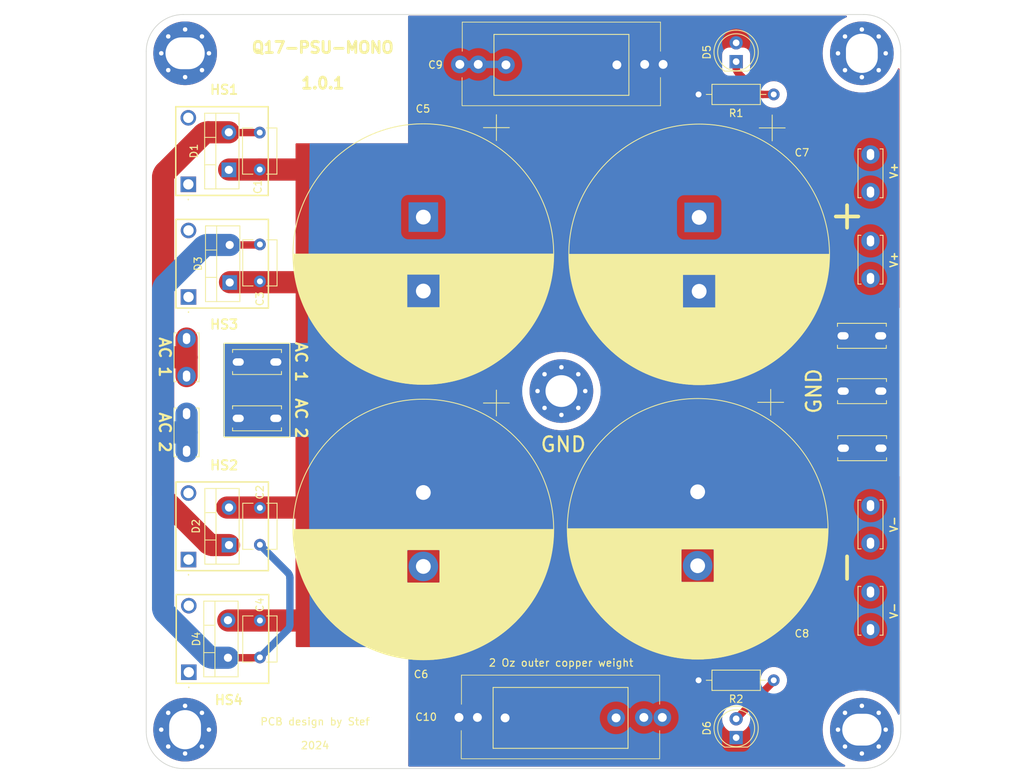
<source format=kicad_pcb>
(kicad_pcb (version 20240108) (generator "pcbnew") (generator_version "8.0")
  (title_block (title "Q17 mono Power Supply Universal") (date "2024-08-08") (rev "1.0.1") (company "by stef"))
  (layers (0 "F.Cu" signal) (31 "B.Cu" signal) (34 "B.Paste" user) (35 "F.Paste" user) (36 "B.SilkS" user "B.Silkscreen") (37 "F.SilkS" user "F.Silkscreen") (38 "B.Mask" user) (39 "F.Mask" user) (44 "Edge.Cuts" user))
  (net 0 "")
  (net 1 "GNDPWR")
  (net 2 "Net-(D3-A)")
  (net 3 "Net-(D1-A)")
  (net 4 "Net-(D5-K)")
  (net 5 "Net-(D6-A)")
  (net 14 "GND")
  (net 15 "/V+")
  (net 16 "/V-")
  (footprint "USER_LIB:CSM22112AE" (layer "F.Cu") (at 103.767254 113.72 90)
    (property "Reference" "HS2" (at 12.755 4.817746 180) (layer "F.SilkS") (effects (font (size 1.27 1.27) (thickness 0.254))))
    (property "Value" "CSM221-12AE" (hide yes))
    (pad "1" thru_hole rect (at 0 0 90) (size 2.1 2.1) (drill 1.4) (layers "*.Cu" "*.Mask"))
    (pad "2" thru_hole circle (at 9 0 90) (size 2.1 2.1) (drill 1.4) (layers "*.Cu" "*.Mask"))
  )
  (footprint "Capacitor_THT:C_Disc_D6.0mm_W4.4mm_P5.00mm" (layer "F.Cu") (at 113.419254 76.088 90)
    (property "Reference" "C3" (at -2.366 0 -90) (layer "F.SilkS"))
    (property "Value" "220pF")
    (pad "1" thru_hole circle (at 0 0 90) (size 1.6 1.6) (drill 0.8) (layers "*.Cu" "*.Mask") (net 15 "/V+"))
    (pad "2" thru_hole circle (at 5 0 90) (size 1.6 1.6) (drill 0.8) (layers "*.Cu" "*.Mask") (net 2 "Net-(D3-A)"))
  )
  (footprint "Package_TO_SOT_THT:TO-220-2_Vertical" (layer "F.Cu") (at 109.244254 111.76 90)
    (property "Reference" "D2" (at 2.54 -4.461 -90) (layer "F.SilkS"))
    (property "Value" "MBRF10100")
    (pad "1" thru_hole rect (at 0 0 90) (size 2 2) (drill 1.1) (layers "*.Cu" "*.Mask") (net 3 "Net-(D1-A)"))
    (pad "2" thru_hole oval (at 5.08 0 90) (size 2 2) (drill 1.1) (layers "*.Cu" "*.Mask") (net 16 "/V-"))
  )
  (footprint "Capacitor_THT:CP_Radial_D35.0mm_P10.00mm_SnapIn" (layer "F.Cu") (at 135.513301 67.394442 -90)
    (property "Reference" "C5" (at -14.648184 0.05248 180) (layer "F.SilkS"))
    (property "Value" "10000uF 80V")
    (pad "1" thru_hole rect (at 0 0 270) (size 4 4) (drill 2) (layers "*.Cu" "*.Mask") (net 15 "/V+"))
    (pad "2" thru_hole circle (at 10 0 270) (size 4 4) (drill 2) (layers "*.Cu" "*.Mask") (net 14 "GND"))
  )
  (footprint "Q17_Library:Faston_Connector_63849-1_TEC" (layer "F.Cu") (at 115.57 94.615)
    (property "Reference" "J1-3" (hide yes))
    (property "Value" "AC2-1" (hide yes))
    (pad "1" thru_hole circle (at -5.08 0) (size 2.5 2.5) (drill oval 1.5 1) (layers "*.Cu" "*.Mask") (net 14 "GND"))
    (pad "1" thru_hole circle (at 0 0) (size 2.5 2.5) (drill oval 1.5 1) (layers "*.Cu" "*.Mask") (net 14 "GND"))
  )
  (footprint "Capacitor_THT:C_Disc_D6.0mm_W4.4mm_P5.00mm" (layer "F.Cu") (at 113.395 60.96 90)
    (property "Reference" "C1" (at -2.326 -0.254 -90) (layer "F.SilkS"))
    (property "Value" "220pF")
    (pad "1" thru_hole circle (at 0 0 90) (size 1.6 1.6) (drill 0.8) (layers "*.Cu" "*.Mask") (net 15 "/V+"))
    (pad "2" thru_hole circle (at 5 0 90) (size 1.6 1.6) (drill 0.8) (layers "*.Cu" "*.Mask") (net 3 "Net-(D1-A)"))
  )
  (footprint "Q17_Library:C_Rect_Q17_PSU_L26.50_H11.00_P20.50" (layer "F.Cu") (at 142.934353 46.736)
    (property "Reference" "C9" (at -5.779934 0.063 0) (layer "F.SilkS"))
    (property "Value" "220nf" (hide yes))
    (pad "1" thru_hole circle (at -2.4892 0) (size 2.4 2.4) (drill 1.2) (layers "*.Cu" "*.Mask") (net 15 "/V+"))
    (pad "1" thru_hole circle (at 0 0) (size 2.4 2.4) (drill 1.2) (layers "*.Cu" "*.Mask") (net 15 "/V+"))
    (pad "1" thru_hole circle (at 3.743647 0.063) (size 2.4 2.4) (drill 1.2) (layers "*.Cu" "*.Mask") (net 15 "/V+"))
    (pad "2" thru_hole circle (at 18.743647 0.063) (size 2.4 2.4) (drill 1.2) (layers "*.Cu" "*.Mask") (net 14 "GND"))
    (pad "2" thru_hole circle (at 22.5 0 180) (size 2.4 2.4) (drill 1.2) (layers "*.Cu" "*.Mask") (net 14 "GND"))
    (pad "2" thru_hole circle (at 24.9936 0 180) (size 2.4 2.4) (drill 1.2) (layers "*.Cu" "*.Mask") (net 14 "GND"))
  )
  (footprint "USER_LIB:CSM22112AE" (layer "F.Cu") (at 103.767254 78.2 90)
    (property "Reference" "HS3" (at -3.715 4.817746 180) (layer "F.SilkS") (effects (font (size 1.27 1.27) (thickness 0.254))))
    (property "Value" "CSM221-12AE" (hide yes))
    (pad "1" thru_hole rect (at 0 0 90) (size 2.1 2.1) (drill 1.4) (layers "*.Cu" "*.Mask"))
    (pad "2" thru_hole circle (at 9 0 90) (size 2.1 2.1) (drill 1.4) (layers "*.Cu" "*.Mask"))
  )
  (footprint "USER_LIB:CSM22112AE" (layer "F.Cu") (at 103.743 62.96 90)
    (property "Reference" "HS1" (at 12.795 4.842 180) (layer "F.SilkS") (effects (font (size 1.27 1.27) (thickness 0.254))))
    (property "Value" "CSM221-12AE" (hide yes))
    (pad "1" thru_hole rect (at 0 0 90) (size 2.1 2.1) (drill 1.4) (layers "*.Cu" "*.Mask"))
    (pad "2" thru_hole circle (at 9 0 90) (size 2.1 2.1) (drill 1.4) (layers "*.Cu" "*.Mask"))
  )
  (footprint "Q17_Library:Faston_Connector_63849-1_TEC" (layer "F.Cu") (at 103.505 99.06 -90)
    (property "Reference" "J1-4" (hide yes))
    (property "Value" "AC2-2" (hide yes))
    (pad "1" thru_hole circle (at -5.08 0 270) (size 2.5 2.5) (drill oval 1.5 1) (layers "*.Cu" "*.Mask") (net 2 "Net-(D3-A)"))
    (pad "1" thru_hole circle (at 0 0 270) (size 2.5 2.5) (drill oval 1.5 1) (layers "*.Cu" "*.Mask") (net 2 "Net-(D3-A)"))
  )
  (footprint "MountingHole:MountingHole_4.3mm_M4_Pad_Via" (layer "F.Cu") (at 154.178 90.926419)
    (property "Reference" "#GROUND01" (hide yes))
    (property "Value" "MountingHole_4.3mm_M4_Pad_Via" (hide yes))
    (pad "1" thru_hole circle (at -3.225 0) (size 0.9 0.9) (drill 0.6) (layers "*.Cu" "*.Mask") (net 1 "GNDPWR"))
    (pad "1" thru_hole circle (at -2.280419 -2.280419) (size 0.9 0.9) (drill 0.6) (layers "*.Cu" "*.Mask") (net 1 "GNDPWR"))
    (pad "1" thru_hole circle (at -2.280419 2.280419) (size 0.9 0.9) (drill 0.6) (layers "*.Cu" "*.Mask") (net 1 "GNDPWR"))
    (pad "1" thru_hole circle (at 0 -3.225) (size 0.9 0.9) (drill 0.6) (layers "*.Cu" "*.Mask") (net 1 "GNDPWR"))
    (pad "1" thru_hole circle (at 0 0) (size 8.6 8.6) (drill 4.3) (layers "*.Cu" "*.Mask") (net 1 "GNDPWR"))
    (pad "1" thru_hole circle (at 0 3.225) (size 0.9 0.9) (drill 0.6) (layers "*.Cu" "*.Mask") (net 1 "GNDPWR"))
    (pad "1" thru_hole circle (at 2.280419 -2.280419) (size 0.9 0.9) (drill 0.6) (layers "*.Cu" "*.Mask") (net 1 "GNDPWR"))
    (pad "1" thru_hole circle (at 2.280419 2.280419) (size 0.9 0.9) (drill 0.6) (layers "*.Cu" "*.Mask") (net 1 "GNDPWR"))
    (pad "1" thru_hole circle (at 3.225 0) (size 0.9 0.9) (drill 0.6) (layers "*.Cu" "*.Mask") (net 1 "GNDPWR"))
  )
  (footprint "Q17_Library:Faston_Connector_63849-1_TEC" (layer "F.Cu") (at 192.278 90.932 180)
    (property "Reference" "J2-4" (hide yes))
    (property "Value" "GND" (hide yes))
    (pad "1" thru_hole circle (at -5.08 0 180) (size 2.5 2.5) (drill oval 1.5 1) (layers "*.Cu" "*.Mask") (net 14 "GND"))
    (pad "1" thru_hole circle (at 0 0 180) (size 2.5 2.5) (drill oval 1.5 1) (layers "*.Cu" "*.Mask") (net 14 "GND"))
  )
  (footprint "Q17_Library:Faston_Connector_63849-1_TEC" (layer "F.Cu") (at 192.295665 98.653992 180)
    (property "Reference" "J2-5" (hide yes))
    (property "Value" "GND" (hide yes))
    (pad "1" thru_hole circle (at -5.08 0 180) (size 2.5 2.5) (drill oval 1.5 1) (layers "*.Cu" "*.Mask") (net 14 "GND"))
    (pad "1" thru_hole circle (at 0 0 180) (size 2.5 2.5) (drill oval 1.5 1) (layers "*.Cu" "*.Mask") (net 14 "GND"))
  )
  (footprint "Q17_Library:Faston_Connector_63849-1_TEC" (layer "F.Cu") (at 103.505 88.9 -90)
    (property "Reference" "J1-1" (hide yes))
    (property "Value" "AC1-1" (hide yes))
    (pad "1" thru_hole circle (at -5.08 0 270) (size 2.5 2.5) (drill oval 1.5 1) (layers "*.Cu" "*.Mask") (net 3 "Net-(D1-A)"))
    (pad "1" thru_hole circle (at 0 0 270) (size 2.5 2.5) (drill oval 1.5 1) (layers "*.Cu" "*.Mask") (net 3 "Net-(D1-A)"))
  )
  (footprint "MountingHole:MountingHole_4.3mm_M4_Pad_Via" (layer "F.Cu") (at 194.79428 136.729763)
    (property "Reference" "REF**" (hide yes))
    (property "Value" "MountingHole_4.3mm_M4_Pad_Via")
    (pad "1" thru_hole circle (at -3.225 0) (size 0.9 0.9) (drill 0.6) (layers "*.Cu" "*.Mask"))
    (pad "1" thru_hole circle (at -2.280419 -2.280419) (size 0.9 0.9) (drill 0.6) (layers "*.Cu" "*.Mask"))
    (pad "1" thru_hole circle (at -2.280419 2.280419) (size 0.9 0.9) (drill 0.6) (layers "*.Cu" "*.Mask"))
    (pad "1" thru_hole circle (at 0 -3.225) (size 0.9 0.9) (drill 0.6) (layers "*.Cu" "*.Mask"))
    (pad "1" thru_hole circle (at 0 0) (size 8.6 8.6) (drill oval 5.3 4.3) (layers "*.Cu" "*.Mask"))
    (pad "1" thru_hole circle (at 0 3.225) (size 0.9 0.9) (drill 0.6) (layers "*.Cu" "*.Mask"))
    (pad "1" thru_hole circle (at 2.280419 -2.280419) (size 0.9 0.9) (drill 0.6) (layers "*.Cu" "*.Mask"))
    (pad "1" thru_hole circle (at 2.280419 2.280419) (size 0.9 0.9) (drill 0.6) (layers "*.Cu" "*.Mask"))
    (pad "1" thru_hole circle (at 3.225 0) (size 0.9 0.9) (drill 0.6) (layers "*.Cu" "*.Mask"))
  )
  (footprint "LED_THT:LED_D5.0mm" (layer "F.Cu") (at 177.8 137.8 90)
    (property "Reference" "D6" (at 1.27 -3.96 -90) (layer "F.SilkS"))
    (property "Value" "LED")
    (pad "1" thru_hole rect (at 0 0 90) (size 1.8 1.8) (drill 0.9) (layers "*.Cu" "*.Mask") (net 16 "/V-"))
    (pad "2" thru_hole circle (at 2.54 0 90) (size 1.8 1.8) (drill 0.9) (layers "*.Cu" "*.Mask") (net 5 "Net-(D6-A)"))
  )
  (footprint "Capacitor_THT:CP_Radial_D35.0mm_P10.00mm_SnapIn" (layer "F.Cu") (at 172.597301 104.554 -90)
    (property "Reference" "C8" (at 19.181059 -14.092699 180) (layer "F.SilkS"))
    (property "Value" "10000uF 80V")
    (pad "1" thru_hole rect (at 0 0 270) (size 4 4) (drill 2) (layers "*.Cu" "*.Mask") (net 14 "GND"))
    (pad "2" thru_hole circle (at 10 0 270) (size 4 4) (drill 2) (layers "*.Cu" "*.Mask") (net 16 "/V-"))
  )
  (footprint "Resistor_THT:R_Axial_DIN0207_L6.3mm_D2.5mm_P10.16mm_Horizontal" (layer "F.Cu") (at 172.72 130.048)
    (property "Reference" "R2" (at 5.08 2.54 0) (layer "F.SilkS"))
    (property "Value" "10K")
    (pad "1" thru_hole circle (at 0 0) (size 1.6 1.6) (drill 0.8) (layers "*.Cu" "*.Mask") (net 14 "GND"))
    (pad "2" thru_hole oval (at 10.16 0) (size 1.6 1.6) (drill 0.8) (layers "*.Cu" "*.Mask") (net 5 "Net-(D6-A)"))
  )
  (footprint "Package_TO_SOT_THT:TO-220-2_Vertical" (layer "F.Cu") (at 109.101254 127 90)
    (property "Reference" "D4" (at 2.54 -4.27 -90) (layer "F.SilkS"))
    (property "Value" "MBRF10100")
    (pad "1" thru_hole rect (at 0 0 90) (size 2 2) (drill 1.1) (layers "*.Cu" "*.Mask") (net 2 "Net-(D3-A)"))
    (pad "2" thru_hole oval (at 5.08 0 90) (size 2 2) (drill 1.1) (layers "*.Cu" "*.Mask") (net 16 "/V-"))
  )
  (footprint "Q17_Library:Faston_Connector_63849-1_TEC" (layer "F.Cu") (at 195.96228 75.692 -90)
    (property "Reference" "J2-2" (hide yes))
    (property "Value" "V+" (at -2.54 -3.17372 90) (layer "F.SilkS") (effects (font (thickness 0.2) (bold yes))))
    (pad "1" thru_hole circle (at -5.08 0 270) (size 2.5 2.5) (drill oval 1.5 1) (layers "*.Cu" "*.Mask") (net 15 "/V+"))
    (pad "1" thru_hole circle (at 0 0 270) (size 2.5 2.5) (drill oval 1.5 1) (layers "*.Cu" "*.Mask") (net 15 "/V+"))
  )
  (footprint "Q17_Library:Faston_Connector_63849-1_TEC" (layer "F.Cu") (at 192.255665 83.453992 180)
    (property "Reference" "J2-3" (hide yes))
    (property "Value" "GND" (hide yes))
    (pad "1" thru_hole circle (at -5.08 0 180) (size 2.5 2.5) (drill oval 1.5 1) (layers "*.Cu" "*.Mask") (net 14 "GND"))
    (pad "1" thru_hole circle (at 0 0 180) (size 2.5 2.5) (drill oval 1.5 1) (layers "*.Cu" "*.Mask") (net 14 "GND"))
  )
  (footprint "Q17_Library:Faston_Connector_63849-1_TEC" (layer "F.Cu") (at 195.96228 111.506 -90)
    (property "Reference" "J2-6" (hide yes))
    (property "Value" "V-" (at -2.554323 -3.17372 90) (layer "F.SilkS") (effects (font (thickness 0.2) (bold yes))))
    (pad "1" thru_hole circle (at -5.08 0 270) (size 2.5 2.5) (drill oval 1.5 1) (layers "*.Cu" "*.Mask") (net 16 "/V-"))
    (pad "1" thru_hole circle (at 0 0 270) (size 2.5 2.5) (drill oval 1.5 1) (layers "*.Cu" "*.Mask") (net 16 "/V-"))
  )
  (footprint "Capacitor_THT:C_Disc_D6.0mm_W4.4mm_P5.00mm" (layer "F.Cu") (at 113.419254 126.96 90)
    (property "Reference" "C4" (at 7.112 0 -90) (layer "F.SilkS"))
    (property "Value" "220pF")
    (pad "1" thru_hole circle (at 0 0 90) (size 1.6 1.6) (drill 0.8) (layers "*.Cu" "*.Mask") (net 2 "Net-(D3-A)"))
    (pad "2" thru_hole circle (at 5 0 90) (size 1.6 1.6) (drill 0.8) (layers "*.Cu" "*.Mask") (net 16 "/V-"))
  )
  (footprint "Package_TO_SOT_THT:TO-220-2_Vertical" (layer "F.Cu") (at 109.22 61 90)
    (property "Reference" "D1" (at 2.54 -4.715 -90) (layer "F.SilkS"))
    (property "Value" "MBRF10100")
    (pad "1" thru_hole rect (at 0 0 90) (size 2 2) (drill 1.1) (layers "*.Cu" "*.Mask") (net 15 "/V+"))
    (pad "2" thru_hole oval (at 5.08 0 90) (size 2 2) (drill 1.1) (layers "*.Cu" "*.Mask") (net 3 "Net-(D1-A)"))
  )
  (footprint "Q17_Library:Faston_Connector_63849-1_TEC" (layer "F.Cu") (at 115.57 86.995)
    (property "Reference" "J1-2" (hide yes))
    (property "Value" "AC1-2" (hide yes))
    (pad "1" thru_hole circle (at -5.08 0) (size 2.5 2.5) (drill oval 1.5 1) (layers "*.Cu" "*.Mask") (net 14 "GND"))
    (pad "1" thru_hole circle (at 0 0) (size 2.5 2.5) (drill oval 1.5 1) (layers "*.Cu" "*.Mask") (net 14 "GND"))
  )
  (footprint "MountingHole:MountingHole_4.3mm_M4_Pad_Via" (layer "F.Cu") (at 194.79428 45.238963)
    (property "Reference" "REF**" (hide yes))
    (property "Value" "MountingHole_4.3mm_M4_Pad_Via")
    (pad "1" thru_hole circle (at -3.225 0) (size 0.9 0.9) (drill 0.6) (layers "*.Cu" "*.Mask"))
    (pad "1" thru_hole circle (at -2.280419 -2.280419) (size 0.9 0.9) (drill 0.6) (layers "*.Cu" "*.Mask"))
    (pad "1" thru_hole circle (at -2.280419 2.280419) (size 0.9 0.9) (drill 0.6) (layers "*.Cu" "*.Mask"))
    (pad "1" thru_hole circle (at 0 -3.225) (size 0.9 0.9) (drill 0.6) (layers "*.Cu" "*.Mask"))
    (pad "1" thru_hole circle (at 0 0) (size 8.6 8.6) (drill oval 4.3 5.3) (layers "*.Cu" "*.Mask"))
    (pad "1" thru_hole circle (at 0 3.225) (size 0.9 0.9) (drill 0.6) (layers "*.Cu" "*.Mask"))
    (pad "1" thru_hole circle (at 2.280419 -2.280419) (size 0.9 0.9) (drill 0.6) (layers "*.Cu" "*.Mask"))
    (pad "1" thru_hole circle (at 2.280419 2.280419) (size 0.9 0.9) (drill 0.6) (layers "*.Cu" "*.Mask"))
    (pad "1" thru_hole circle (at 3.225 0) (size 0.9 0.9) (drill 0.6) (layers "*.Cu" "*.Mask"))
  )
  (footprint "LED_THT:LED_D5.0mm" (layer "F.Cu") (at 177.8 46.36 90)
    (property "Reference" "D5" (at 1.27 -3.96 -90) (layer "F.SilkS"))
    (property "Value" "LED")
    (pad "1" thru_hole rect (at 0 0 90) (size 1.8 1.8) (drill 0.9) (layers "*.Cu" "*.Mask") (net 4 "Net-(D5-K)"))
    (pad "2" thru_hole circle (at 2.54 0 90) (size 1.8 1.8) (drill 0.9) (layers "*.Cu" "*.Mask") (net 15 "/V+"))
  )
  (footprint "Capacitor_THT:CP_Radial_D35.0mm_P10.00mm_SnapIn" (layer "F.Cu") (at 135.513301 104.648 -90)
    (property "Reference" "C6" (at 24.589317 0.30648 180) (layer "F.SilkS"))
    (property "Value" "10000uF 80V")
    (pad "1" thru_hole rect (at 0 0 270) (size 4 4) (drill 2) (layers "*.Cu" "*.Mask") (net 14 "GND"))
    (pad "2" thru_hole circle (at 10 0 270) (size 4 4) (drill 2) (layers "*.Cu" "*.Mask") (net 16 "/V-"))
  )
  (footprint "Q17_Library:C_Rect_Q17_PSU_L26.50_H11.00_P20.50" (layer "F.Cu") (at 142.8242 135.072553)
    (property "Reference" "C10" (at -6.9342 -0.055447 0) (layer "F.SilkS"))
    (property "Value" "220nF" (hide yes))
    (pad "1" thru_hole circle (at -2.4892 0) (size 2.4 2.4) (drill 1.2) (layers "*.Cu" "*.Mask") (net 14 "GND"))
    (pad "1" thru_hole circle (at 0 0) (size 2.4 2.4) (drill 1.2) (layers "*.Cu" "*.Mask") (net 14 "GND"))
    (pad "1" thru_hole circle (at 3.743647 0.063) (size 2.4 2.4) (drill 1.2) (layers "*.Cu" "*.Mask") (net 14 "GND"))
    (pad "2" thru_hole circle (at 18.743647 0.063) (size 2.4 2.4) (drill 1.2) (layers "*.Cu" "*.Mask") (net 16 "/V-"))
    (pad "2" thru_hole circle (at 22.5 0 180) (size 2.4 2.4) (drill 1.2) (layers "*.Cu" "*.Mask") (net 16 "/V-"))
    (pad "2" thru_hole circle (at 24.9936 0 180) (size 2.4 2.4) (drill 1.2) (layers "*.Cu" "*.Mask") (net 16 "/V-"))
  )
  (footprint "USER_LIB:CSM22112AE" (layer "F.Cu") (at 103.807254 128.96 90)
    (property "Reference" "HS4" (at -3.755 5.412746 180) (layer "F.SilkS") (effects (font (size 1.27 1.27) (thickness 0.254))))
    (property "Value" "CSM221-12AE" (hide yes))
    (pad "1" thru_hole rect (at 0 0 90) (size 2.1 2.1) (drill 1.4) (layers "*.Cu" "*.Mask"))
    (pad "2" thru_hole circle (at 9 0 90) (size 2.1 2.1) (drill 1.4) (layers "*.Cu" "*.Mask"))
  )
  (footprint "Package_TO_SOT_THT:TO-220-2_Vertical" (layer "F.Cu") (at 109.337254 76.24 90)
    (property "Reference" "D3" (at 2.54 -4.27 -90) (layer "F.SilkS"))
    (property "Value" "MBRF10100")
    (pad "1" thru_hole rect (at 0 0 90) (size 2 2) (drill 1.1) (layers "*.Cu" "*.Mask") (net 15 "/V+"))
    (pad "2" thru_hole oval (at 5.08 0 90) (size 2 2) (drill 1.1) (layers "*.Cu" "*.Mask") (net 2 "Net-(D3-A)"))
  )
  (footprint "MountingHole:MountingHole_4.3mm_M4_Pad_Via" (layer "F.Cu") (at 103.309061 45.233382)
    (property "Reference" "REF**" (hide yes))
    (property "Value" "MountingHole_4.3mm_M4_Pad_Via")
    (pad "1" thru_hole circle (at -3.225 0) (size 0.9 0.9) (drill 0.6) (layers "*.Cu" "*.Mask"))
    (pad "1" thru_hole circle (at -2.280419 -2.280419) (size 0.9 0.9) (drill 0.6) (layers "*.Cu" "*.Mask"))
    (pad "1" thru_hole circle (at -2.280419 2.280419) (size 0.9 0.9) (drill 0.6) (layers "*.Cu" "*.Mask"))
    (pad "1" thru_hole circle (at 0 -3.225) (size 0.9 0.9) (drill 0.6) (layers "*.Cu" "*.Mask"))
    (pad "1" thru_hole circle (at 0 0) (size 8.6 8.6) (drill oval 5.3 4.3) (layers "*.Cu" "*.Mask"))
    (pad "1" thru_hole circle (at 0 3.225) (size 0.9 0.9) (drill 0.6) (layers "*.Cu" "*.Mask"))
    (pad "1" thru_hole circle (at 2.280419 -2.280419) (size 0.9 0.9) (drill 0.6) (layers "*.Cu" "*.Mask"))
    (pad "1" thru_hole circle (at 2.280419 2.280419) (size 0.9 0.9) (drill 0.6) (layers "*.Cu" "*.Mask"))
    (pad "1" thru_hole circle (at 3.225 0) (size 0.9 0.9) (drill 0.6) (layers "*.Cu" "*.Mask"))
  )
  (footprint "Resistor_THT:R_Axial_DIN0207_L6.3mm_D2.5mm_P10.16mm_Horizontal" (layer "F.Cu") (at 182.88 50.8 180)
    (property "Reference" "R1" (at 5.08 -2.54 0) (layer "F.SilkS"))
    (property "Value" "10K")
    (pad "1" thru_hole circle (at 0 0 180) (size 1.6 1.6) (drill 0.8) (layers "*.Cu" "*.Mask") (net 4 "Net-(D5-K)"))
    (pad "2" thru_hole oval (at 10.16 0 180) (size 1.6 1.6) (drill 0.8) (layers "*.Cu" "*.Mask") (net 14 "GND"))
  )
  (footprint "Capacitor_THT:C_Disc_D6.0mm_W4.4mm_P5.00mm" (layer "F.Cu") (at 113.419254 111.72 90)
    (property "Reference" "C2" (at 7.112 0 -90) (layer "F.SilkS"))
    (property "Value" "220pF")
    (pad "1" thru_hole circle (at 0 0 90) (size 1.6 1.6) (drill 0.8) (layers "*.Cu" "*.Mask") (net 2 "Net-(D3-A)"))
    (pad "2" thru_hole circle (at 5 0 90) (size 1.6 1.6) (drill 0.8) (layers "*.Cu" "*.Mask") (net 16 "/V-"))
  )
  (footprint "Q17_Library:Faston_Connector_63849-1_TEC" (layer "F.Cu") (at 195.96228 64.008 -90)
    (property "Reference" "J2-1" (hide yes))
    (property "Value" "V+" (at -2.8956 -3.17372 90) (layer "F.SilkS") (effects (font (thickness 0.2) (bold yes))))
    (pad "1" thru_hole circle (at -5.08 0 270) (size 2.5 2.5) (drill oval 1.5 1) (layers "*.Cu" "*.Mask") (net 15 "/V+"))
    (pad "1" thru_hole circle (at 0 0 270) (size 2.5 2.5) (drill oval 1.5 1) (layers "*.Cu" "*.Mask") (net 15 "/V+"))
  )
  (footprint "Capacitor_THT:CP_Radial_D35.0mm_P10.00mm_SnapIn" (layer "F.Cu") (at 172.800501 67.432941 -90)
    (property "Reference" "C7" (at -8.758941 -13.889499 180) (layer "F.SilkS"))
    (property "Value" "10000uF 80V")
    (pad "1" thru_hole rect (at 0 0 270) (size 4 4) (drill 2) (layers "*.Cu" "*.Mask") (net 15 "/V+"))
    (pad "2" thru_hole circle (at 10 0 270) (size 4 4) (drill 2) (layers "*.Cu" "*.Mask") (net 14 "GND"))
  )
  (footprint "Q17_Library:Faston_Connector_63849-1_TEC" (layer "F.Cu") (at 195.96228 123.19 -90)
    (property "Reference" "J2-7" (hide yes))
    (property "Value" "V-" (at -2.54 -3.17372 90) (layer "F.SilkS") (effects (font (thickness 0.2) (bold yes))))
    (pad "1" thru_hole circle (at -5.08 0 270) (size 2.5 2.5) (drill oval 1.5 1) (layers "*.Cu" "*.Mask") (net 16 "/V-"))
    (pad "1" thru_hole circle (at 0 0 270) (size 2.5 2.5) (drill oval 1.5 1) (layers "*.Cu" "*.Mask") (net 16 "/V-"))
  )
  (footprint "MountingHole:MountingHole_4.3mm_M4_Pad_Via" (layer "F.Cu") (at 103.30348 136.729763)
    (property "Reference" "REF**" (hide yes))
    (property "Value" "MountingHole_4.3mm_M4_Pad_Via")
    (pad "1" thru_hole circle (at -3.225 0) (size 0.9 0.9) (drill 0.6) (layers "*.Cu" "*.Mask"))
    (pad "1" thru_hole circle (at -2.280419 -2.280419) (size 0.9 0.9) (drill 0.6) (layers "*.Cu" "*.Mask"))
    (pad "1" thru_hole circle (at -2.280419 2.280419) (size 0.9 0.9) (drill 0.6) (layers "*.Cu" "*.Mask"))
    (pad "1" thru_hole circle (at 0 -3.225) (size 0.9 0.9) (drill 0.6) (layers "*.Cu" "*.Mask"))
    (pad "1" thru_hole circle (at 0 0) (size 8.6 8.6) (drill oval 4.3 5.3) (layers "*.Cu" "*.Mask"))
    (pad "1" thru_hole circle (at 0 3.225) (size 0.9 0.9) (drill 0.6) (layers "*.Cu" "*.Mask"))
    (pad "1" thru_hole circle (at 2.280419 -2.280419) (size 0.9 0.9) (drill 0.6) (layers "*.Cu" "*.Mask"))
    (pad "1" thru_hole circle (at 2.280419 2.280419) (size 0.9 0.9) (drill 0.6) (layers "*.Cu" "*.Mask"))
    (pad "1" thru_hole circle (at 3.225 0) (size 0.9 0.9) (drill 0.6) (layers "*.Cu" "*.Mask"))
  )
  (gr_rect (start 108.585 84.455) (end 117.475 97.155) (stroke (width 0.15)) (fill none) (layer "F.SilkS"))
  (gr_line (start 98.05348 136.988963) (end 98.05348 44.988963) (stroke (width 0.1)) (layer "Edge.Cuts"))
  (gr_arc (start 200.05348 136.988963) (mid 198.589 140.524471) (end 195.05348 141.988963) (stroke (width 0.1)) (layer "Edge.Cuts"))
  (gr_line (start 103.05348 39.988963) (end 195.05348 39.988963) (stroke (width 0.1)) (layer "Edge.Cuts"))
  (gr_line (start 195.05348 141.988963) (end 103.05348 141.988963) (stroke (width 0.1)) (layer "Edge.Cuts"))
  (gr_line (start 200.05348 44.988963) (end 200.05348 136.988963) (stroke (width 0.1)) (layer "Edge.Cuts"))
  (gr_arc (start 98.05348 44.988963) (mid 99.517946 41.453429) (end 103.05348 39.988963) (stroke (width 0.1)) (layer "Edge.Cuts"))
  (gr_arc (start 103.05348 141.988963) (mid 99.517932 140.524499) (end 98.05348 136.988963) (stroke (width 0.1)) (layer "Edge.Cuts"))
  (gr_arc (start 195.05348 39.988963) (mid 198.589 41.453432) (end 200.05348 44.988963) (stroke (width 0.1)) (layer "Edge.Cuts"))
  (gr_text "2 Oz outer copper weight" (at 144.272 128.27 0) (layer "F.SilkS") (effects (font (size 1 1)) (justify left bottom)))
  (gr_text "AC 1" (at 118.11 86.995 270) (layer "F.SilkS") (effects (font (size 1.5 1.5) (thickness 0.3) (bold yes)) (justify bottom)))
  (gr_text "AC 2" (at 118.11 94.615 270) (layer "F.SilkS") (effects (font (size 1.5 1.5) (thickness 0.3) (bold yes)) (justify bottom)))
  (gr_text "GND" (at 154.432 99.314 0) (layer "F.SilkS") (effects (font (size 2 2) (thickness 0.3) (bold yes)) (justify bottom)))
  (gr_text "-" (at 190.754 114.808 270) (layer "F.SilkS") (effects (font (size 4 4) (thickness 0.5)) (justify bottom)))
  (gr_text "Q17-PSU-MONO\n\n1.0.1" (at 121.92 50.165 0) (layer "F.SilkS") (effects (font (size 1.5 1.5) (thickness 0.375) (bold yes)) (justify bottom)))
  (gr_text "PCB design by Stef\n\n2024" (at 120.873905 139.446 0) (layer "F.SilkS") (effects (font (size 1 1)) (justify bottom)))
  (gr_text "GND" (at 189.484 90.932 90) (layer "F.SilkS") (effects (font (size 2 2) (thickness 0.3) (bold yes)) (justify bottom)))
  (gr_text "+" (at 190.754 67.31 270) (layer "F.SilkS") (effects (font (size 4 4) (thickness 0.5)) (justify bottom)))
  (gr_text "AC 1" (at 99.695 86.36 270) (layer "F.SilkS") (effects (font (size 1.5 1.5) (thickness 0.3) (bold yes)) (justify bottom)))
  (gr_text "AC 2" (at 99.695 96.52 270) (layer "F.SilkS") (effects (font (size 1.5 1.5) (thickness 0.3) (bold yes)) (justify bottom)))
  (segment (start 109.101254 127) (end 113.379254 127) (width 1) (layer "F.Cu") (net 2))
  (segment (start 109.337254 71.16) (end 113.347254 71.16) (width 1) (layer "F.Cu") (net 2))
  (segment (start 117.182107 115.482853) (end 113.419254 111.72) (width 1) (layer "B.Cu") (net 2))
  (segment (start 100.33 77.249214) (end 100.33 120.235786) (width 3) (layer "B.Cu") (net 2))
  (segment (start 103.505 93.98) (end 103.505 99.06) (width 3) (layer "B.Cu") (net 2))
  (segment (start 107.094214 127) (end 109.101254 127) (width 3) (layer "B.Cu") (net 2))
  (segment (start 109.337254 71.16) (end 106.419214 71.16) (width 3) (layer "B.Cu") (net 2))
  (segment (start 113.419254 126.96) (end 117.182107 123.197147) (width 1) (layer "B.Cu") (net 2))
  (segment (start 100.33 96.52) (end 103.505 96.52) (width 3) (layer "B.Cu") (net 2))
  (segment (start 117.475 122.49004) (end 117.475 116.18996) (width 1) (layer "B.Cu") (net 2))
  (segment (start 105.712107 71.452893) (end 100.622893 76.542107) (width 3) (layer "B.Cu") (net 2))
  (segment (start 100.622893 120.942893) (end 106.387107 126.707107) (width 3) (layer "B.Cu") (net 2))
  (arc (start 107.094214 127) (mid 106.711531 126.92388) (end 106.387107 126.707107) (width 3) (layer "B.Cu") (net 2))
  (arc (start 117.182107 115.482853) (mid 117.39888 115.807276) (end 117.475 116.18996) (width 1) (layer "B.Cu") (net 2))
  (arc (start 100.33 77.249214) (mid 100.40612 76.866531) (end 100.622893 76.542107) (width 3) (layer "B.Cu") (net 2))
  (arc (start 100.33 120.235786) (mid 100.40612 120.618469) (end 100.622893 120.942893) (width 3) (layer "B.Cu") (net 2))
  (arc (start 106.419214 71.16) (mid 106.036531 71.23612) (end 105.712107 71.452893) (width 3) (layer "B.Cu") (net 2))
  (arc (start 117.182107 123.197147) (mid 117.39888 122.872724) (end 117.475 122.49004) (width 1) (layer "B.Cu") (net 2))
  (segment (start 100.622893 105.702893) (end 106.387107 111.467107) (width 3) (layer "F.Cu") (net 3))
  (segment (start 103.505 86.36) (end 103.505 88.9) (width 3) (layer "F.Cu") (net 3))
  (segment (start 100.33 86.36) (end 103.505 86.36) (width 3) (layer "F.Cu") (net 3))
  (segment (start 105.712107 56.212893) (end 100.622893 61.302107) (width 3) (layer "F.Cu") (net 3))
  (segment (start 100.33 62.009214) (end 100.33 86.36) (width 3) (layer "F.Cu") (net 3))
  (segment (start 103.505 83.82) (end 103.505 86.36) (width 3) (layer "F.Cu") (net 3))
  (segment (start 100.33 86.36) (end 100.33 104.995786) (width 3) (layer "F.Cu") (net 3))
  (segment (start 107.094214 111.76) (end 109.244254 111.76) (width 3) (layer "F.Cu") (net 3))
  (segment (start 109.22 55.92) (end 106.419214 55.92) (width 3) (layer "F.Cu") (net 3))
  (segment (start 113.395 55.96) (end 109.26 55.96) (width 1) (layer "F.Cu") (net 3))
  (arc (start 106.419214 55.92) (mid 106.036531 55.99612) (end 105.712107 56.212893) (width 3) (layer "F.Cu") (net 3))
  (arc (start 107.094214 111.76) (mid 106.711531 111.68388) (end 106.387107 111.467107) (width 3) (layer "F.Cu") (net 3))
  (arc (start 100.33 62.009214) (mid 100.40612 61.626531) (end 100.622893 61.302107) (width 3) (layer "F.Cu") (net 3))
  (arc (start 100.33 104.995786) (mid 100.40612 105.378469) (end 100.622893 105.702893) (width 3) (layer "F.Cu") (net 3))
  (segment (start 180.682107 50.507107) (end 178.092893 47.917893) (width 1) (layer "F.Cu") (net 4))
  (segment (start 182.88 50.8) (end 181.389214 50.8) (width 1) (layer "F.Cu") (net 4))
  (segment (start 177.8 47.210786) (end 177.8 46.36) (width 1) (layer "F.Cu") (net 4))
  (arc (start 178.092893 47.917893) (mid 177.87612 47.59347) (end 177.8 47.210786) (width 1) (layer "F.Cu") (net 4))
  (arc (start 181.389214 50.8) (mid 181.006531 50.72388) (end 180.682107 50.507107) (width 1) (layer "F.Cu") (net 4))
  (segment (start 177.8 135.26) (end 182.88 130.18) (width 1) (layer "F.Cu") (net 5))
  (segment (start 161.678 46.799) (end 167.864953 46.799) (width 1) (layer "F.Cu") (net 14))
  (segment (start 146.683582 135.009553) (end 140.496629 135.009553) (width 1) (layer "F.Cu") (net 14))
  (segment (start 172.72 50.8) (end 168.656 46.736) (width 1) (layer "F.Cu") (net 14))
  (segment (start 113.53 76.2) (end 121.42 76.2) (width 3) (layer "F.Cu") (net 15))
  (segment (start 113.395 60.96) (end 109.26 60.96) (width 3) (layer "F.Cu") (net 15))
  (segment (start 113.395 60.96) (end 121.285 60.96) (width 3) (layer "F.Cu") (net 15))
  (segment (start 113.1925 76.2) (end 109.377254 76.2) (width 3) (layer "F.Cu") (net 15))
  (segment (start 109.377254 76.2) (end 109.337254 76.24) (width 2) (layer "F.Cu") (net 15))
  (segment (start 145.543 46.736) (end 140.445153 46.736) (width 1) (layer "B.Cu") (net 15))
  (segment (start 145.606 46.799) (end 145.543 46.736) (width 0.2) (layer "B.Cu") (net 15))
  (segment (start 113.419254 121.96) (end 123.15 121.96) (width 3) (layer "F.Cu") (net 16))
  (segment (start 192.91428 114.554) (end 195.96228 111.506) (width 0.25) (layer "F.Cu") (net 16))
  (segment (start 113.244627 106.68) (end 122.975373 106.68) (width 3) (layer "F.Cu") (net 16))
  (segment (start 108.986 106.68) (end 113.264 106.68) (width 3) (layer "F.Cu") (net 16))
  (segment (start 113.419254 121.96) (end 109.141254 121.96) (width 3) (layer "F.Cu") (net 16))
  (segment (start 177.8 137.8) (end 177.8 140.335) (width 1) (layer "F.Cu") (net 16))
  (zone (net 15) (net_name "/V+") (layer "F.Cu") (connect_pads yes (clearance 1)) (min_thickness 0.25) (fill yes (thermal_gap 0.5) (thermal_bridge_width 0.5) (island_removal_mode 1) (island_area_min 10))
    (polygon (pts (xy 133.4516 57.404) (xy 133.477 40.132) (xy 199.898 40.132) (xy 199.898 79.756) (xy 188.722 79.756) (xy 188.722 90.135773) (xy 118.257719 90.511645) (xy 118.237 57.404)))
  )
  (zone (net 16) (net_name "/V-") (layer "F.Cu") (connect_pads yes (clearance 1)) (min_thickness 0.25) (fill yes (thermal_gap 0.5) (thermal_bridge_width 0.5) (island_removal_mode 1) (island_area_min 10))
    (polygon (pts (xy 188.721981 91.433055) (xy 188.722 102.362) (xy 199.898 102.362) (xy 199.898 141.732) (xy 133.477 141.732) (xy 133.503459 125.562431) (xy 118.263459 125.562431) (xy 118.237 116.259381) (xy 118.237 112.159072) (xy 118.237 97.79) (xy 118.237 91.657523)))
  )
  (zone (net 14) (net_name "GND") (layer "B.Cu") (connect_pads yes (clearance 1)) (min_thickness 0.25) (fill yes (thermal_gap 0.5) (thermal_bridge_width 0.5) (island_removal_mode 1) (island_area_min 10))
    (polygon (pts (xy 133.4516 57.404) (xy 133.4516 40.138163) (xy 199.85028 40.138163) (xy 199.90108 141.732) (xy 133.477 141.732) (xy 133.500245 125.553942) (xy 120.165245 125.553942) (xy 120.022538 97.117487) (xy 108.458 97.117487) (xy 108.458 84.455) (xy 119.882816 84.424372) (xy 120.142 57.404)))
  )
)
</source>
